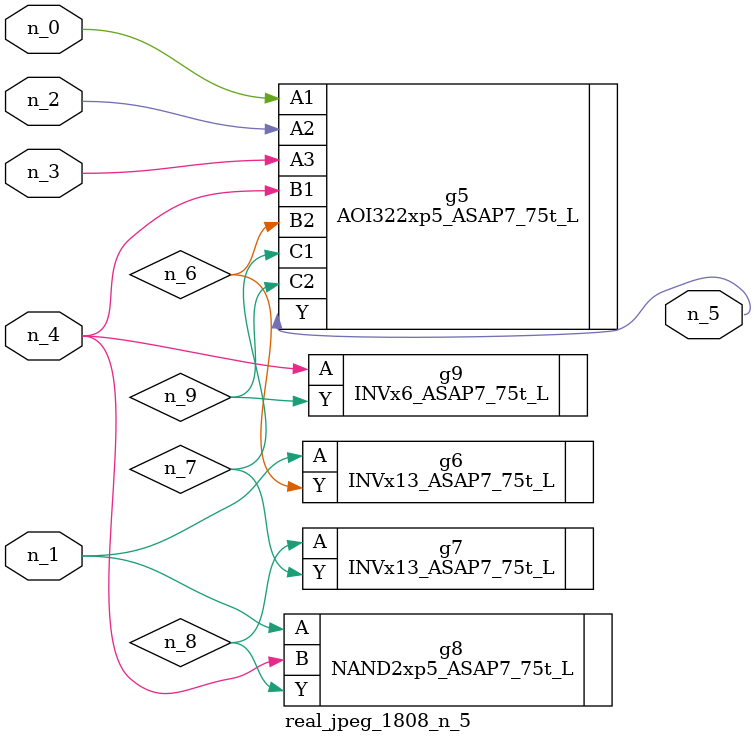
<source format=v>
module real_jpeg_1808_n_5 (n_4, n_0, n_1, n_2, n_3, n_5);

input n_4;
input n_0;
input n_1;
input n_2;
input n_3;

output n_5;

wire n_8;
wire n_6;
wire n_7;
wire n_9;

AOI322xp5_ASAP7_75t_L g5 ( 
.A1(n_0),
.A2(n_2),
.A3(n_3),
.B1(n_4),
.B2(n_6),
.C1(n_7),
.C2(n_9),
.Y(n_5)
);

INVx13_ASAP7_75t_L g6 ( 
.A(n_1),
.Y(n_6)
);

NAND2xp5_ASAP7_75t_L g8 ( 
.A(n_1),
.B(n_4),
.Y(n_8)
);

INVx6_ASAP7_75t_L g9 ( 
.A(n_4),
.Y(n_9)
);

INVx13_ASAP7_75t_L g7 ( 
.A(n_8),
.Y(n_7)
);


endmodule
</source>
